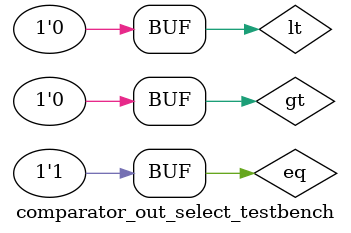
<source format=v>
`define DELAY 20
module comparator_out_select_testbench();


reg s,gt,eq,lt;
wire [31:0] o;


comparator_out_select test (gt,eq,lt,o);

initial begin
gt = 1'b1; eq = 1'b0;  lt = 1'b0;
#`DELAY;
gt = 1'b0; eq = 1'b0;  lt = 1'b1;
#`DELAY;
gt = 1'b0; eq = 1'b1;  lt = 1'b0;
end
 
 
initial
begin
$monitor("time = %2d, gt =%1b, eq=%1b, lt=%1b, OUT=%d", $time, gt, eq, lt, o);
end
 
endmodule
</source>
